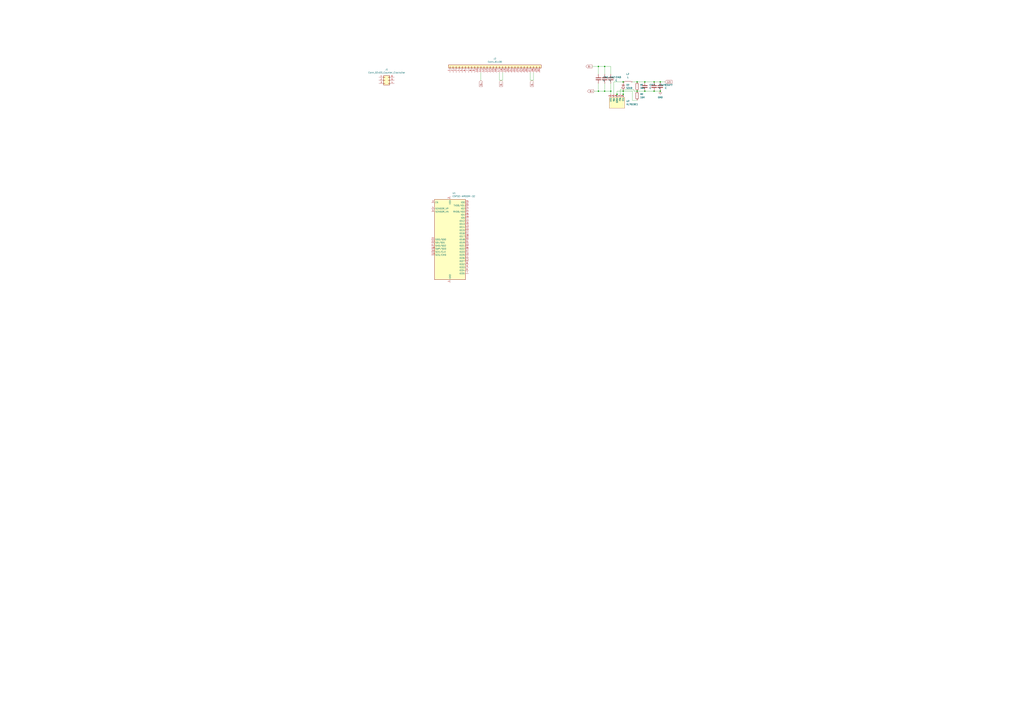
<source format=kicad_sch>
(kicad_sch (version 20211123) (generator eeschema)
  (paper "A1")
  (lib_symbols
    (symbol "Connector_Generic:Conn_01x30" (pin_names (offset 1.016) hide)
      (property "Reference" "J" (at 0 38.1 0))
      (property "Value" "Conn_01x30" (at 0 -40.64 0))
      (symbol "Conn_01x30_1_1"
        (rectangle (start -1.27 -37.973) (end 0 -38.227) (stroke (width 0.1524)))
        (rectangle (start -1.27 -35.433) (end 0 -35.687) (stroke (width 0.1524)))
        (rectangle (start -1.27 -32.893) (end 0 -33.147) (stroke (width 0.1524)))
        (rectangle (start -1.27 -30.353) (end 0 -30.607) (stroke (width 0.1524)))
        (rectangle (start -1.27 -27.813) (end 0 -28.067) (stroke (width 0.1524)))
        (rectangle (start -1.27 -25.273) (end 0 -25.527) (stroke (width 0.1524)))
        (rectangle (start -1.27 -22.733) (end 0 -22.987) (stroke (width 0.1524)))
        (rectangle (start -1.27 -20.193) (end 0 -20.447) (stroke (width 0.1524)))
        (rectangle (start -1.27 -17.653) (end 0 -17.907) (stroke (width 0.1524)))
        (rectangle (start -1.27 -15.113) (end 0 -15.367) (stroke (width 0.1524)))
        (rectangle (start -1.27 -12.573) (end 0 -12.827) (stroke (width 0.1524)))
        (rectangle (start -1.27 -10.033) (end 0 -10.287) (stroke (width 0.1524)))
        (rectangle (start -1.27 -7.493) (end 0 -7.747) (stroke (width 0.1524)))
        (rectangle (start -1.27 -4.953) (end 0 -5.207) (stroke (width 0.1524)))
        (rectangle (start -1.27 -2.413) (end 0 -2.667) (stroke (width 0.1524)))
        (rectangle (start -1.27 0.127) (end 0 -0.127) (stroke (width 0.1524)))
        (rectangle (start -1.27 2.667) (end 0 2.413) (stroke (width 0.1524)))
        (rectangle (start -1.27 5.207) (end 0 4.953) (stroke (width 0.1524)))
        (rectangle (start -1.27 7.747) (end 0 7.493) (stroke (width 0.1524)))
        (rectangle (start -1.27 10.287) (end 0 10.033) (stroke (width 0.1524)))
        (rectangle (start -1.27 12.827) (end 0 12.573) (stroke (width 0.1524)))
        (rectangle (start -1.27 15.367) (end 0 15.113) (stroke (width 0.1524)))
        (rectangle (start -1.27 17.907) (end 0 17.653) (stroke (width 0.1524)))
        (rectangle (start -1.27 20.447) (end 0 20.193) (stroke (width 0.1524)))
        (rectangle (start -1.27 22.987) (end 0 22.733) (stroke (width 0.1524)))
        (rectangle (start -1.27 25.527) (end 0 25.273) (stroke (width 0.1524)))
        (rectangle (start -1.27 28.067) (end 0 27.813) (stroke (width 0.1524)))
        (rectangle (start -1.27 30.607) (end 0 30.353) (stroke (width 0.1524)))
        (rectangle (start -1.27 33.147) (end 0 32.893) (stroke (width 0.1524)))
        (rectangle (start -1.27 35.687) (end 0 35.433) (stroke (width 0.1524)))
        (rectangle (start -1.27 36.83) (end 1.27 -39.37) (stroke (width 0.254)) (fill (type background)))
        (pin passive line (at -5.08 35.56 0) (length 3.81) (name "Pin_1") (number "1"))
        (pin passive line (at -5.08 12.7 0) (length 3.81) (name "Pin_10") (number "10"))
        (pin passive line (at -5.08 10.16 0) (length 3.81) (name "Pin_11") (number "11"))
        (pin passive line (at -5.08 7.62 0) (length 3.81) (name "Pin_12") (number "12"))
        (pin passive line (at -5.08 5.08 0) (length 3.81) (name "Pin_13") (number "13"))
        (pin passive line (at -5.08 2.54 0) (length 3.81) (name "Pin_14") (number "14"))
        (pin passive line (at -5.08 0 0) (length 3.81) (name "Pin_15") (number "15"))
        (pin passive line (at -5.08 -2.54 0) (length 3.81) (name "Pin_16") (number "16"))
        (pin passive line (at -5.08 -5.08 0) (length 3.81) (name "Pin_17") (number "17"))
        (pin passive line (at -5.08 -7.62 0) (length 3.81) (name "Pin_18") (number "18"))
        (pin passive line (at -5.08 -10.16 0) (length 3.81) (name "Pin_19") (number "19"))
        (pin passive line (at -5.08 33.02 0) (length 3.81) (name "Pin_2") (number "2"))
        (pin passive line (at -5.08 -12.7 0) (length 3.81) (name "Pin_20") (number "20"))
        (pin passive line (at -5.08 -15.24 0) (length 3.81) (name "Pin_21") (number "21"))
        (pin passive line (at -5.08 -17.78 0) (length 3.81) (name "Pin_22") (number "22"))
        (pin passive line (at -5.08 -20.32 0) (length 3.81) (name "Pin_23") (number "23"))
        (pin passive line (at -5.08 -22.86 0) (length 3.81) (name "Pin_24") (number "24"))
        (pin passive line (at -5.08 -25.4 0) (length 3.81) (name "Pin_25") (number "25"))
        (pin passive line (at -5.08 -27.94 0) (length 3.81) (name "Pin_26") (number "26"))
        (pin passive line (at -5.08 -30.48 0) (length 3.81) (name "Pin_27") (number "27"))
        (pin passive line (at -5.08 -33.02 0) (length 3.81) (name "Pin_28") (number "28"))
        (pin passive line (at -5.08 -35.56 0) (length 3.81) (name "Pin_29") (number "29"))
        (pin passive line (at -5.08 30.48 0) (length 3.81) (name "Pin_3") (number "3"))
        (pin passive line (at -5.08 -38.1 0) (length 3.81) (name "Pin_30") (number "30"))
        (pin passive line (at -5.08 27.94 0) (length 3.81) (name "Pin_4") (number "4"))
        (pin passive line (at -5.08 25.4 0) (length 3.81) (name "Pin_5") (number "5"))
        (pin passive line (at -5.08 22.86 0) (length 3.81) (name "Pin_6") (number "6"))
        (pin passive line (at -5.08 20.32 0) (length 3.81) (name "Pin_7") (number "7"))
        (pin passive line (at -5.08 17.78 0) (length 3.81) (name "Pin_8") (number "8"))
        (pin passive line (at -5.08 15.24 0) (length 3.81) (name "Pin_9") (number "9"))
      )
    )
    (symbol "Connector_Generic:Conn_02x03_Counter_Clockwise" (pin_names (offset 1.016) hide)
      (property "Reference" "J" (at 1.27 5.08 0))
      (property "Value" "Conn_02x03_Counter_Clockwise" (at 1.27 -5.08 0))
      (symbol "Conn_02x03_Counter_Clockwise_1_1"
        (rectangle (start -1.27 -2.413) (end 0 -2.667) (stroke (width 0.1524)))
        (rectangle (start -1.27 0.127) (end 0 -0.127) (stroke (width 0.1524)))
        (rectangle (start -1.27 2.667) (end 0 2.413) (stroke (width 0.1524)))
        (rectangle (start -1.27 3.81) (end 3.81 -3.81) (stroke (width 0.254)) (fill (type background)))
        (rectangle (start 3.81 -2.413) (end 2.54 -2.667) (stroke (width 0.1524)))
        (rectangle (start 3.81 0.127) (end 2.54 -0.127) (stroke (width 0.1524)))
        (rectangle (start 3.81 2.667) (end 2.54 2.413) (stroke (width 0.1524)))
        (pin passive line (at -5.08 2.54 0) (length 3.81) (name "Pin_1") (number "1"))
        (pin passive line (at -5.08 0 0) (length 3.81) (name "Pin_2") (number "2"))
        (pin passive line (at -5.08 -2.54 0) (length 3.81) (name "Pin_3") (number "3"))
        (pin passive line (at 7.62 -2.54 180) (length 3.81) (name "Pin_4") (number "4"))
        (pin passive line (at 7.62 0 180) (length 3.81) (name "Pin_5") (number "5"))
        (pin passive line (at 7.62 2.54 180) (length 3.81) (name "Pin_6") (number "6"))
      )
    )
    (symbol "Device:C" (pin_numbers hide) (pin_names (offset 0.254))
      (property "Reference" "C" (at 0.635 2.54 0))
      (property "Value" "C" (at 0.635 -2.54 0))
      (symbol "C_0_1"
        (polyline (pts (xy -2.032 -0.762) (xy 2.032 -0.762)) (stroke (width 0.508)))
        (polyline (pts (xy -2.032 0.762) (xy 2.032 0.762)) (stroke (width 0.508)))
      )
      (symbol "C_1_1"
        (pin passive line (at 0 3.81 270) (length 2.794) (name "~") (number "1"))
        (pin passive line (at 0 -3.81 90) (length 2.794) (name "~") (number "2"))
      )
    )
    (symbol "Device:L" (pin_numbers hide) (pin_names (offset 1.016) hide)
      (property "Reference" "L" (at -1.27 0 90))
      (property "Value" "L" (at 1.905 0 90))
      (symbol "L_0_1"
        (arc (start 0 -2.54) (mid 0.635 -1.905) (end 0 -1.27))
        (arc (start 0 -1.27) (mid 0.635 -0.635) (end 0 0))
        (arc (start 0 0) (mid 0.635 0.635) (end 0 1.27))
        (arc (start 0 1.27) (mid 0.635 1.905) (end 0 2.54))
      )
      (symbol "L_1_1"
        (pin passive line (at 0 3.81 270) (length 1.27) (name "1") (number "1"))
        (pin passive line (at 0 -3.81 90) (length 1.27) (name "2") (number "2"))
      )
    )
    (symbol "Device:R" (pin_numbers hide) (pin_names (offset 0))
      (property "Reference" "R" (at 2.032 0 90))
      (property "Value" "R" (at 0 0 90))
      (symbol "R_0_1"
        (rectangle (start -1.016 -2.54) (end 1.016 2.54) (stroke (width 0.254)))
      )
      (symbol "R_1_1"
        (pin passive line (at 0 3.81 270) (length 1.27) (name "~") (number "1"))
        (pin passive line (at 0 -3.81 90) (length 1.27) (name "~") (number "2"))
      )
    )
    (symbol "Diode:1.5KExxA" (pin_numbers hide) (pin_names (offset 1.016) hide)
      (property "Reference" "D" (at 0 2.54 0))
      (property "Value" "1.5KExxA" (at 0 -2.54 0))
      (symbol "1.5KExxA_0_1"
        (polyline (pts (xy -0.762 1.27) (xy -1.27 1.27) (xy -1.27 -1.27)) (stroke (width 0.254)))
        (polyline (pts (xy 1.27 1.27) (xy 1.27 -1.27) (xy -1.27 0) (xy 1.27 1.27)) (stroke (width 0.254)))
      )
      (symbol "1.5KExxA_1_1"
        (pin passive line (at -3.81 0 0) (length 2.54) (name "A1") (number "1"))
        (pin passive line (at 3.81 0 180) (length 2.54) (name "A2") (number "2"))
      )
    )
    (symbol "KT_Display:XL7015E1"
      (property "Reference" "U" (at -3.81 1.27 0))
      (property "Value" "XL7015E1" (at 1.27 3.81 0))
      (symbol "XL7015E1_0_1"
        (rectangle (start -5.08 5.08) (end 7.62 -3.81) (fill (type background)))
      )
      (symbol "XL7015E1_1_1"
        (pin bidirectional line (at 6.35 -6.35 90) (length 2.54) (name "VIN") (number "1"))
        (pin bidirectional line (at 3.81 -6.35 90) (length 2.54) (name "SW") (number "2"))
        (pin bidirectional line (at 1.27 -6.35 90) (length 2.54) (name "GND") (number "3"))
        (pin bidirectional line (at -1.27 -6.35 90) (length 2.54) (name "FB") (number "4"))
        (pin bidirectional line (at -3.81 -6.35 90) (length 2.54) (name "EN") (number "5"))
      )
    )
    (symbol "RF_Module:ESP32-WROOM-32"
      (property "Reference" "U" (at -12.7 34.29 0))
      (property "Value" "ESP32-WROOM-32" (at 1.27 34.29 0))
      (symbol "ESP32-WROOM-32_0_1"
        (rectangle (start -12.7 33.02) (end 12.7 -33.02) (stroke (width 0.254)) (fill (type background)))
      )
      (symbol "ESP32-WROOM-32_1_1"
        (pin power_in line (at 0 -35.56 90) (length 2.54) (name "GND") (number "1"))
        (pin bidirectional line (at 15.24 -12.7 180) (length 2.54) (name "IO25") (number "10"))
        (pin bidirectional line (at 15.24 -15.24 180) (length 2.54) (name "IO26") (number "11"))
        (pin bidirectional line (at 15.24 -17.78 180) (length 2.54) (name "IO27") (number "12"))
        (pin bidirectional line (at 15.24 10.16 180) (length 2.54) (name "IO14") (number "13"))
        (pin bidirectional line (at 15.24 15.24 180) (length 2.54) (name "IO12") (number "14"))
        (pin passive line (at 0 -35.56 90) (length 2.54) hide (name "GND") (number "15"))
        (pin bidirectional line (at 15.24 12.7 180) (length 2.54) (name "IO13") (number "16"))
        (pin bidirectional line (at -15.24 -5.08 0) (length 2.54) (name "SHD/SD2") (number "17"))
        (pin bidirectional line (at -15.24 -7.62 0) (length 2.54) (name "SWP/SD3") (number "18"))
        (pin bidirectional line (at -15.24 -12.7 0) (length 2.54) (name "SCS/CMD") (number "19"))
        (pin power_in line (at 0 35.56 270) (length 2.54) (name "VDD") (number "2"))
        (pin bidirectional line (at -15.24 -10.16 0) (length 2.54) (name "SCK/CLK") (number "20"))
        (pin bidirectional line (at -15.24 0 0) (length 2.54) (name "SDO/SD0") (number "21"))
        (pin bidirectional line (at -15.24 -2.54 0) (length 2.54) (name "SDI/SD1") (number "22"))
        (pin bidirectional line (at 15.24 7.62 180) (length 2.54) (name "IO15") (number "23"))
        (pin bidirectional line (at 15.24 25.4 180) (length 2.54) (name "IO2") (number "24"))
        (pin bidirectional line (at 15.24 30.48 180) (length 2.54) (name "IO0") (number "25"))
        (pin bidirectional line (at 15.24 20.32 180) (length 2.54) (name "IO4") (number "26"))
        (pin bidirectional line (at 15.24 5.08 180) (length 2.54) (name "IO16") (number "27"))
        (pin bidirectional line (at 15.24 2.54 180) (length 2.54) (name "IO17") (number "28"))
        (pin bidirectional line (at 15.24 17.78 180) (length 2.54) (name "IO5") (number "29"))
        (pin input line (at -15.24 30.48 0) (length 2.54) (name "EN") (number "3"))
        (pin bidirectional line (at 15.24 0 180) (length 2.54) (name "IO18") (number "30"))
        (pin bidirectional line (at 15.24 -2.54 180) (length 2.54) (name "IO19") (number "31"))
        (pin no_connect line (at -12.7 -27.94 0) (length 2.54) hide (name "NC") (number "32"))
        (pin bidirectional line (at 15.24 -5.08 180) (length 2.54) (name "IO21") (number "33"))
        (pin bidirectional line (at 15.24 22.86 180) (length 2.54) (name "RXD0/IO3") (number "34"))
        (pin bidirectional line (at 15.24 27.94 180) (length 2.54) (name "TXD0/IO1") (number "35"))
        (pin bidirectional line (at 15.24 -7.62 180) (length 2.54) (name "IO22") (number "36"))
        (pin bidirectional line (at 15.24 -10.16 180) (length 2.54) (name "IO23") (number "37"))
        (pin passive line (at 0 -35.56 90) (length 2.54) hide (name "GND") (number "38"))
        (pin passive line (at 0 -35.56 90) (length 2.54) hide (name "GND") (number "39"))
        (pin input line (at -15.24 25.4 0) (length 2.54) (name "SENSOR_VP") (number "4"))
        (pin input line (at -15.24 22.86 0) (length 2.54) (name "SENSOR_VN") (number "5"))
        (pin input line (at 15.24 -25.4 180) (length 2.54) (name "IO34") (number "6"))
        (pin input line (at 15.24 -27.94 180) (length 2.54) (name "IO35") (number "7"))
        (pin bidirectional line (at 15.24 -20.32 180) (length 2.54) (name "IO32") (number "8"))
        (pin bidirectional line (at 15.24 -22.86 180) (length 2.54) (name "IO33") (number "9"))
      )
    )
    (symbol "power:GND" (power) (pin_names (offset 0))
      (property "Value" "GND" (at 0 -3.81 0))
      (symbol "GND_0_1"
        (polyline (pts (xy 0 0) (xy 0 -1.27) (xy 1.27 -1.27) (xy 0 -2.54) (xy -1.27 -1.27) (xy 0 -1.27)))
      )
      (symbol "GND_1_1"
        (pin power_in line (at 0 0 270) (length 0) hide (name "GND") (number "1"))
      )
    )
  )
  (junction (at 542.29 67.31))
  (junction (at 496.57 54.61))
  (junction (at 506.73 77.47))
  (junction (at 511.81 67.31))
  (junction (at 542.29 74.93))
  (junction (at 511.81 74.93))
  (junction (at 537.21 74.93))
  (junction (at 523.24 74.93))
  (junction (at 491.49 54.61))
  (junction (at 501.65 74.93))
  (junction (at 537.21 67.31))
  (junction (at 529.59 67.31))
  (junction (at 523.24 67.31))
  (junction (at 529.59 74.93))
  (junction (at 496.57 74.93))
  (junction (at 491.49 74.93))
  (junction (at 511.81 77.47))
  (wire (pts (xy 486.41 54.61) (xy 491.49 54.61)))
  (wire (pts (xy 435.61 66.04) (xy 438.15 66.04)))
  (wire (pts (xy 542.29 67.31) (xy 546.1 67.31)))
  (wire (pts (xy 529.59 74.93) (xy 537.21 74.93)))
  (wire (pts (xy 511.81 74.93) (xy 511.81 77.47)))
  (wire (pts (xy 394.97 59.69) (xy 394.97 66.04)))
  (wire (pts (xy 523.24 67.31) (xy 529.59 67.31)))
  (wire (pts (xy 496.57 74.93) (xy 501.65 74.93)))
  (wire (pts (xy 511.81 77.47) (xy 511.81 80.01)))
  (wire (pts (xy 504.19 77.47) (xy 504.19 67.31)))
  (wire (pts (xy 506.73 74.93) (xy 511.81 74.93)))
  (wire (pts (xy 501.65 77.47) (xy 501.65 74.93)))
  (wire (pts (xy 520.7 74.93) (xy 523.24 74.93)))
  (wire (pts (xy 491.49 68.58) (xy 491.49 74.93)))
  (wire (pts (xy 537.21 67.31) (xy 542.29 67.31)))
  (wire (pts (xy 491.49 74.93) (xy 496.57 74.93)))
  (wire (pts (xy 506.73 80.01) (xy 506.73 77.47)))
  (wire (pts (xy 491.49 54.61) (xy 496.57 54.61)))
  (wire (pts (xy 509.27 73.66) (xy 520.7 73.66)))
  (wire (pts (xy 529.59 67.31) (xy 537.21 67.31)))
  (wire (pts (xy 412.75 59.69) (xy 412.75 66.04)))
  (wire (pts (xy 519.43 67.31) (xy 523.24 67.31)))
  (wire (pts (xy 537.21 74.93) (xy 542.29 74.93)))
  (wire (pts (xy 501.65 68.58) (xy 501.65 74.93)))
  (wire (pts (xy 487.68 74.93) (xy 491.49 74.93)))
  (wire (pts (xy 509.27 77.47) (xy 509.27 73.66)))
  (wire (pts (xy 506.73 77.47) (xy 506.73 74.93)))
  (wire (pts (xy 511.81 74.93) (xy 519.43 74.93)))
  (wire (pts (xy 496.57 54.61) (xy 496.57 60.96)))
  (wire (pts (xy 496.57 54.61) (xy 501.65 54.61)))
  (wire (pts (xy 496.57 68.58) (xy 496.57 74.93)))
  (wire (pts (xy 519.43 82.55) (xy 519.43 74.93)))
  (wire (pts (xy 523.24 74.93) (xy 529.59 74.93)))
  (wire (pts (xy 491.49 54.61) (xy 491.49 60.96)))
  (wire (pts (xy 520.7 73.66) (xy 520.7 74.93)))
  (wire (pts (xy 523.24 82.55) (xy 519.43 82.55)))
  (wire (pts (xy 504.19 67.31) (xy 511.81 67.31)))
  (wire (pts (xy 438.15 59.69) (xy 438.15 66.04)))
  (wire (pts (xy 410.21 59.69) (xy 410.21 66.04)))
  (wire (pts (xy 501.65 54.61) (xy 501.65 60.96)))
  (wire (pts (xy 410.21 66.04) (xy 412.75 66.04)))
  (wire (pts (xy 435.61 59.69) (xy 435.61 66.04)))
  (global_label "B-" (shape input) (at 411.48 66.04 270) (property "Intersheet References" "${INTERSHEET_REFS}" (effects hide)))
  (global_label "B-" (shape input) (at 436.88 66.04 270) (property "Intersheet References" "${INTERSHEET_REFS}" (effects hide)))
  (global_label "B+" (shape output) (at 487.68 74.93 180) (property "Intersheet References" "${INTERSHEET_REFS}" (effects hide)))
  (global_label "B+" (shape input) (at 394.97 66.04 270) (property "Intersheet References" "${INTERSHEET_REFS}" (effects hide)))
  (global_label "12V" (shape input) (at 546.1 67.31 0) (property "Intersheet References" "${INTERSHEET_REFS}" (effects hide)))
  (global_label "B-" (shape output) (at 486.41 54.61 180) (property "Intersheet References" "${INTERSHEET_REFS}" (effects hide)))
  (symbol (lib_id "Device:R") (at 523.24 71.12 0) (unit 1)
    (property "Reference" "R?" (at 525.78 69.8499 0) (effects (justify left)))
    (property "Value" "30K" (at 525.78 72.3899 0) (effects (justify left)))
    (property "Footprint" "Resistor_SMD:R_1206_3216Metric_Pad1.30x1.75mm_HandSolder" (effects hide))
  )
  (symbol (lib_id "Diode:1.5KExxA") (at 511.81 71.12 270) (unit 1)
    (property "Reference" "D?" (at 514.35 69.8499 90) (effects (justify left)))
    (property "Value" "S310" (at 514.35 72.3899 90) (effects (justify left)))
    (property "Footprint" "KT_Display:S2M" (effects hide))
    (property "Datasheet" "https://www.vishay.com/docs/88301/15ke.pdf" (effects hide))
  )
  (symbol (lib_id "KT_Display:XL7015E1") (at 508 83.82 180) (unit 1)
    (property "Reference" "U?" (at 514.35 83.1849 0) (effects (justify right)))
    (property "Value" "XL7015E1" (at 514.35 85.7249 0) (effects (justify right)))
    (property "Footprint" "Package_TO_SOT_SMD:TO-252-5_TabPin3" (effects hide))
  )
  (symbol (lib_id "Connector_Generic:Conn_02x03_Counter_Clockwise") (at 316.23 66.04 0) (unit 1)
    (property "Reference" "J1" (at 317.5 57.15 0))
    (property "Value" "Conn_02x03_Counter_Clockwise" (at 317.5 59.69 0))
  )
  (symbol (lib_id "Device:C") (at 496.57 64.77 0) (unit 1)
    (property "Reference" "CIN2" (at 500.38 63.4999 0) (effects (justify left)))
    (property "Value" "C" (at 500.38 66.0399 0) (effects (justify left)))
    (property "Footprint" "Capacitor_SMD:C_1210_3225Metric_Pad1.33x2.70mm_HandSolder" (effects hide))
  )
  (symbol (lib_id "power:GND") (at 542.29 74.93 0) (unit 1)
    (property "Reference" "#PWR?" (effects hide))
    (property "Value" "GND" (at 542.29 80.01 0))
  )
  (symbol (lib_id "Device:C") (at 501.65 64.77 0) (unit 1)
    (property "Reference" "CIN3" (at 505.46 63.4999 0) (effects (justify left)))
    (property "Value" "C" (at 505.46 66.04 0) (effects (justify left)))
    (property "Footprint" "Capacitor_SMD:C_1210_3225Metric_Pad1.33x2.70mm_HandSolder" (effects hide))
  )
  (symbol (lib_id "Device:L") (at 515.62 67.31 90) (unit 1)
    (property "Reference" "L?" (at 515.62 60.96 90))
    (property "Value" "L" (at 515.62 63.5 90))
    (property "Footprint" "Inductor_SMD:L_7.3x7.3_H3.5" (effects hide))
  )
  (symbol (lib_id "Device:C") (at 542.29 71.12 0) (unit 1)
    (property "Reference" "COUT?" (at 546.1 69.8499 0) (effects (justify left)))
    (property "Value" "C" (at 546.1 72.3899 0) (effects (justify left)))
    (property "Footprint" "Capacitor_SMD:C_1210_3225Metric_Pad1.33x2.70mm_HandSolder" (effects hide))
  )
  (symbol (lib_id "RF_Module:ESP32-WROOM-32") (at 369.57 196.85 0) (unit 1)
    (property "Reference" "U1" (at 371.5894 158.75 0) (effects (justify left)))
    (property "Value" "ESP32-WROOM-32" (at 371.5894 161.29 0) (effects (justify left)))
    (property "Footprint" "RF_Module:ESP32-WROOM-32" (effects hide))
    (property "Datasheet" "https://www.espressif.com/sites/default/files/documentation/esp32-wroom-32_datasheet_en.pdf" (effects hide))
  )
  (symbol (lib_id "Connector_Generic:Conn_01x30") (at 405.13 54.61 90) (unit 1)
    (property "Reference" "J2" (at 406.4 48.26 90))
    (property "Value" "Conn_01x30" (at 406.4 50.8 90))
  )
  (symbol (lib_id "Device:R") (at 523.24 78.74 0) (unit 1)
    (property "Reference" "R?" (at 525.78 77.4699 0) (effects (justify left)))
    (property "Value" "10K" (at 525.78 80.0099 0) (effects (justify left)))
    (property "Footprint" "Resistor_SMD:R_1206_3216Metric_Pad1.30x1.75mm_HandSolder" (effects hide))
  )
  (symbol (lib_id "Device:C") (at 529.59 71.12 180) (unit 1)
    (property "Reference" "CFF?" (at 533.4 69.8499 0) (effects (justify right)))
    (property "Value" "C" (at 533.4 72.3899 0) (effects (justify right)))
    (property "Footprint" "Capacitor_SMD:C_1206_3216Metric_Pad1.33x1.80mm_HandSolder" (effects hide))
  )
  (symbol (lib_id "Device:C") (at 537.21 71.12 0) (unit 1)
    (property "Reference" "COUT?" (at 541.02 69.8499 0) (effects (justify left)))
    (property "Value" "C" (at 541.02 72.3899 0) (effects (justify left)))
    (property "Footprint" "Capacitor_SMD:C_1210_3225Metric_Pad1.33x2.70mm_HandSolder" (effects hide))
  )
  (symbol (lib_id "Device:C") (at 491.49 64.77 0) (unit 1)
    (property "Reference" "CIN1" (at 495.3 63.4999 0) (effects (justify left)))
    (property "Value" "C" (at 495.3 66.0399 0) (effects (justify left)))
    (property "Footprint" "Capacitor_SMD:C_1210_3225Metric_Pad1.33x2.70mm_HandSolder" (effects hide))
  )
)
</source>
